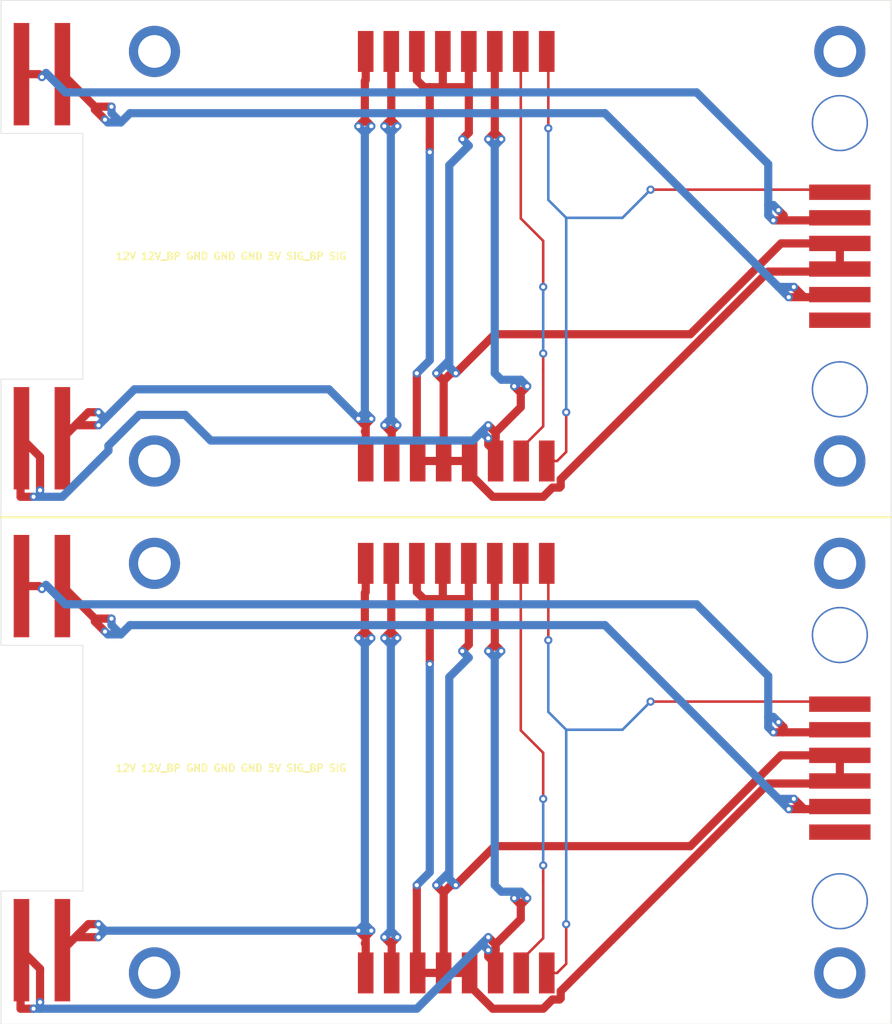
<source format=kicad_pcb>
(kicad_pcb (version 20171130) (host pcbnew "(5.0.0-rc2-60-gbfa89039c)")

  (general
    (thickness 1.6)
    (drawings 17)
    (tracks 445)
    (zones 0)
    (modules 22)
    (nets 10)
  )

  (page A4)
  (layers
    (0 F.Cu signal)
    (31 B.Cu signal)
    (32 B.Adhes user)
    (33 F.Adhes user)
    (34 B.Paste user)
    (35 F.Paste user)
    (36 B.SilkS user)
    (37 F.SilkS user)
    (38 B.Mask user)
    (39 F.Mask user)
    (40 Dwgs.User user)
    (41 Cmts.User user)
    (42 Eco1.User user)
    (43 Eco2.User user)
    (44 Edge.Cuts user)
    (45 Margin user)
    (46 B.CrtYd user)
    (47 F.CrtYd user)
    (48 B.Fab user)
    (49 F.Fab user)
  )

  (setup
    (last_trace_width 0.25)
    (user_trace_width 0.8)
    (trace_clearance 0.2)
    (zone_clearance 0.508)
    (zone_45_only no)
    (trace_min 0.2)
    (segment_width 0.2)
    (edge_width 0.05)
    (via_size 0.8)
    (via_drill 0.4)
    (via_min_size 0.4)
    (via_min_drill 0.3)
    (uvia_size 0.3)
    (uvia_drill 0.1)
    (uvias_allowed no)
    (uvia_min_size 0.2)
    (uvia_min_drill 0.1)
    (pcb_text_width 0.3)
    (pcb_text_size 1.5 1.5)
    (mod_edge_width 0.12)
    (mod_text_size 1 1)
    (mod_text_width 0.15)
    (pad_size 1.524 1.524)
    (pad_drill 0.762)
    (pad_to_mask_clearance 0.051)
    (solder_mask_min_width 0.25)
    (aux_axis_origin 0 0)
    (grid_origin 241.3 88.9)
    (visible_elements 7FFFFFFF)
    (pcbplotparams
      (layerselection 0x010f0_ffffffff)
      (usegerberextensions false)
      (usegerberattributes false)
      (usegerberadvancedattributes false)
      (creategerberjobfile false)
      (excludeedgelayer false)
      (linewidth 0.150000)
      (plotframeref false)
      (viasonmask false)
      (mode 1)
      (useauxorigin false)
      (hpglpennumber 1)
      (hpglpenspeed 20)
      (hpglpendiameter 15.000000)
      (psnegative false)
      (psa4output false)
      (plotreference true)
      (plotvalue true)
      (plotinvisibletext false)
      (padsonsilk true)
      (subtractmaskfromsilk false)
      (outputformat 1)
      (mirror false)
      (drillshape 0)
      (scaleselection 1)
      (outputdirectory Mid_Connector_Gerb/))
  )

  (net 0 "")
  (net 1 "Net-(J1-Pad1)")
  (net 2 "Net-(J1-Pad2)")
  (net 3 /GND)
  (net 4 "Net-(J1-Pad5)")
  (net 5 /SIG)
  (net 6 /5V)
  (net 7 /12V)
  (net 8 "Net-(J2-Pad2)")
  (net 9 /SIG_BP)

  (net_class Default "This is the default net class."
    (clearance 0.2)
    (trace_width 0.25)
    (via_dia 0.8)
    (via_drill 0.4)
    (uvia_dia 0.3)
    (uvia_drill 0.1)
    (add_net /12V)
    (add_net /5V)
    (add_net /GND)
    (add_net /SIG)
    (add_net /SIG_BP)
    (add_net "Net-(J1-Pad1)")
    (add_net "Net-(J1-Pad2)")
    (add_net "Net-(J1-Pad5)")
    (add_net "Net-(J2-Pad2)")
  )

  (module Battery_Connector_SMD:ReedSwitchHole (layer F.Cu) (tedit 5D4414B6) (tstamp 5D7F63FF)
    (at 160.3 138.9)
    (path /5D359854)
    (fp_text reference SW2 (at 2.54 -17.78 90) (layer F.SilkS) hide
      (effects (font (size 1 1) (thickness 0.15)))
    )
    (fp_text value SW_Reed (at -2.058 -18.034 90) (layer F.Fab)
      (effects (font (size 1 1) (thickness 0.15)))
    )
    (pad 1 smd rect (at 0 -17.78) (size 1.524 10) (layers F.Cu F.Mask)
      (net 2 "Net-(J1-Pad2)"))
    (pad 2 smd rect (at 0 17.78) (size 1.524 10) (layers F.Cu F.Mask)
      (net 7 /12V))
  )

  (module Battery_Connector_SMD:Screw_Hole (layer F.Cu) (tedit 5D43834C) (tstamp 5D7F63FB)
    (at 236.3 118.9)
    (path /5D3FBE46)
    (fp_text reference H3 (at 0 4) (layer F.SilkS) hide
      (effects (font (size 1 1) (thickness 0.15)))
    )
    (fp_text value MountingHole (at 0 -4) (layer F.Fab) hide
      (effects (font (size 1 1) (thickness 0.15)))
    )
    (pad 1 thru_hole circle (at 0 0) (size 5 5) (drill 3.2) (layers *.Cu *.Mask))
  )

  (module Battery_Connector_SMD:SMD_Connector_9X (layer F.Cu) (tedit 5D43B2CF) (tstamp 5D7F63F0)
    (at 201.3 118.9)
    (path /5D4421E2)
    (fp_text reference J2 (at -5.08 3.81) (layer F.SilkS) hide
      (effects (font (size 1 1) (thickness 0.15)))
    )
    (fp_text value Conn_01x08_Female (at 0 -3.81) (layer F.Fab) hide
      (effects (font (size 1 1) (thickness 0.15)))
    )
    (pad 1 smd rect (at -11.35 0) (size 1.524 4) (layers F.Cu F.Paste F.Mask)
      (net 7 /12V))
    (pad 2 smd rect (at -8.85 0) (size 1.524 4) (layers F.Cu F.Paste F.Mask)
      (net 8 "Net-(J2-Pad2)"))
    (pad 3 smd rect (at -6.35 0) (size 1.524 4) (layers F.Cu F.Paste F.Mask)
      (net 3 /GND))
    (pad 4 smd rect (at -3.81 0) (size 1.524 4) (layers F.Cu F.Paste F.Mask)
      (net 3 /GND))
    (pad 5 smd rect (at -1.27 0) (size 1.524 4) (layers F.Cu F.Paste F.Mask)
      (net 3 /GND))
    (pad 6 smd rect (at 1.27 0) (size 1.524 4) (layers F.Cu F.Paste F.Mask)
      (net 6 /5V))
    (pad 7 smd rect (at 3.81 0) (size 1.524 4) (layers F.Cu F.Paste F.Mask)
      (net 9 /SIG_BP))
    (pad 8 smd rect (at 6.35 0) (size 1.524 4) (layers F.Cu F.Paste F.Mask)
      (net 5 /SIG))
  )

  (module Battery_Connector_SMD:Screw_Hole (layer F.Cu) (tedit 5D43834C) (tstamp 5D7F63EC)
    (at 169.3 158.9)
    (path /5D3FB67A)
    (fp_text reference H1 (at 0 0.5) (layer F.SilkS)
      (effects (font (size 1 1) (thickness 0.15)))
    )
    (fp_text value MountingHole (at 0 -0.5) (layer F.Fab) hide
      (effects (font (size 1 1) (thickness 0.15)))
    )
    (pad 1 thru_hole circle (at 0 0) (size 5 5) (drill 3.2) (layers *.Cu *.Mask))
  )

  (module Battery_Connector_SMD:Magnet_Hole (layer F.Cu) (tedit 5D438362) (tstamp 5D7F63E8)
    (at 236.3 125.9)
    (path /5D3FC0F9)
    (fp_text reference H5 (at 0 0.5) (layer F.SilkS)
      (effects (font (size 1 1) (thickness 0.15)))
    )
    (fp_text value MagnetHole (at 0 -0.5) (layer F.Fab) hide
      (effects (font (size 1 1) (thickness 0.15)))
    )
    (pad 1 thru_hole circle (at 0 0) (size 5.5 5.5) (drill 5.2) (layers *.Cu *.Mask))
  )

  (module Battery_Connector_SMD:Magnet_Hole (layer F.Cu) (tedit 5D438362) (tstamp 5D7F63E4)
    (at 236.3 151.9)
    (path /5D3FC5EE)
    (fp_text reference H6 (at 0 0.5) (layer F.SilkS)
      (effects (font (size 1 1) (thickness 0.15)))
    )
    (fp_text value MagnetHole (at 0 -0.5) (layer F.Fab) hide
      (effects (font (size 1 1) (thickness 0.15)))
    )
    (pad 1 thru_hole circle (at 0 0) (size 5.5 5.5) (drill 5.2) (layers *.Cu *.Mask))
  )

  (module Battery_Connector_SMD:Screw_Hole (layer F.Cu) (tedit 5D43834C) (tstamp 5D7F63E0)
    (at 169.3 118.9)
    (path /5D3FA846)
    (fp_text reference H2 (at 0 0.5) (layer F.SilkS)
      (effects (font (size 1 1) (thickness 0.15)))
    )
    (fp_text value MountingHole (at 0 -0.5) (layer F.Fab) hide
      (effects (font (size 1 1) (thickness 0.15)))
    )
    (pad 1 thru_hole circle (at 0 0) (size 5 5) (drill 3.2) (layers *.Cu *.Mask))
  )

  (module Battery_Connector_SMD:ReedSwitchHole (layer F.Cu) (tedit 5D4414B6) (tstamp 5D7F63DB)
    (at 156.3 138.9 180)
    (path /5D358843)
    (fp_text reference SW1 (at -1.942 -17.78 90) (layer F.SilkS) hide
      (effects (font (size 1 1) (thickness 0.15)))
    )
    (fp_text value SW_Reed (at 1.27 -17.78 90) (layer F.Fab) hide
      (effects (font (size 1 1) (thickness 0.15)))
    )
    (pad 1 smd rect (at 0 -17.78 180) (size 1.524 10) (layers F.Cu F.Mask)
      (net 6 /5V))
    (pad 2 smd rect (at 0 17.78 180) (size 1.524 10) (layers F.Cu F.Mask)
      (net 4 "Net-(J1-Pad5)"))
  )

  (module Battery_Connector_SMD:SMD_Connector_9X (layer F.Cu) (tedit 5D43B2CF) (tstamp 5D7F63D0)
    (at 196.3 158.9 180)
    (path /5D468719)
    (fp_text reference J3 (at -5.08 3.81) (layer F.SilkS) hide
      (effects (font (size 1 1) (thickness 0.15)))
    )
    (fp_text value Conn_01x08_Female (at 0 -3.81) (layer F.Fab) hide
      (effects (font (size 1 1) (thickness 0.15)))
    )
    (pad 1 smd rect (at -11.35 0 180) (size 1.524 4) (layers F.Cu F.Paste F.Mask)
      (net 5 /SIG))
    (pad 2 smd rect (at -8.85 0 180) (size 1.524 4) (layers F.Cu F.Paste F.Mask)
      (net 9 /SIG_BP))
    (pad 3 smd rect (at -6.35 0 180) (size 1.524 4) (layers F.Cu F.Paste F.Mask)
      (net 6 /5V))
    (pad 4 smd rect (at -3.81 0 180) (size 1.524 4) (layers F.Cu F.Paste F.Mask)
      (net 3 /GND))
    (pad 5 smd rect (at -1.27 0 180) (size 1.524 4) (layers F.Cu F.Paste F.Mask)
      (net 3 /GND))
    (pad 6 smd rect (at 1.27 0 180) (size 1.524 4) (layers F.Cu F.Paste F.Mask)
      (net 3 /GND))
    (pad 7 smd rect (at 3.81 0 180) (size 1.524 4) (layers F.Cu F.Paste F.Mask)
      (net 8 "Net-(J2-Pad2)"))
    (pad 8 smd rect (at 6.35 0 180) (size 1.524 4) (layers F.Cu F.Paste F.Mask)
      (net 7 /12V))
  )

  (module Battery_Connector_SMD:Battery_Connector_Pad_SMD (layer F.Cu) (tedit 5D4414A2) (tstamp 5D7F63C7)
    (at 236.3 138.9 90)
    (path /5D43D52B)
    (fp_text reference J1 (at -8.89 2.46 -90) (layer F.SilkS) hide
      (effects (font (size 1 1) (thickness 0.15)))
    )
    (fp_text value Conn_01x06_Female (at 0 -5 -90) (layer F.Fab) hide
      (effects (font (size 1 1) (thickness 0.15)))
    )
    (pad 1 smd rect (at -6.25 0 90) (size 1.5 6) (layers F.Cu F.Mask)
      (net 1 "Net-(J1-Pad1)"))
    (pad 2 smd rect (at -3.75 0 90) (size 1.5 6) (layers F.Cu F.Mask)
      (net 2 "Net-(J1-Pad2)"))
    (pad 3 smd rect (at -1.25 0 90) (size 1.5 6) (layers F.Cu F.Mask)
      (net 3 /GND))
    (pad 4 smd rect (at 1.25 0 90) (size 1.5 6) (layers F.Cu F.Mask)
      (net 3 /GND))
    (pad 5 smd rect (at 3.75 0 90) (size 1.5 6) (layers F.Cu F.Mask)
      (net 4 "Net-(J1-Pad5)"))
    (pad 6 smd rect (at 6.25 0 90) (size 1.5 6) (layers F.Cu F.Mask)
      (net 5 /SIG))
  )

  (module Battery_Connector_SMD:Screw_Hole (layer F.Cu) (tedit 5D43834C) (tstamp 5D7F63C3)
    (at 236.3 158.9)
    (path /5D3FB48C)
    (fp_text reference H4 (at 0 0.5) (layer F.SilkS) hide
      (effects (font (size 1 1) (thickness 0.15)))
    )
    (fp_text value MountingHole (at 0 -3) (layer F.Fab) hide
      (effects (font (size 1 1) (thickness 0.15)))
    )
    (pad 1 thru_hole circle (at 0 0) (size 5 5) (drill 3.2) (layers *.Cu *.Mask))
  )

  (module Battery_Connector_SMD:SMD_Connector_9X (layer F.Cu) (tedit 5D43B2CF) (tstamp 5D5BFD4C)
    (at 201.3 68.9)
    (path /5D4421E2)
    (fp_text reference J2 (at -5.08 3.81) (layer F.SilkS) hide
      (effects (font (size 1 1) (thickness 0.15)))
    )
    (fp_text value Conn_01x08_Female (at 0 -3.81) (layer F.Fab) hide
      (effects (font (size 1 1) (thickness 0.15)))
    )
    (pad 1 smd rect (at -11.35 0) (size 1.524 4) (layers F.Cu F.Paste F.Mask)
      (net 7 /12V))
    (pad 2 smd rect (at -8.85 0) (size 1.524 4) (layers F.Cu F.Paste F.Mask)
      (net 8 "Net-(J2-Pad2)"))
    (pad 3 smd rect (at -6.35 0) (size 1.524 4) (layers F.Cu F.Paste F.Mask)
      (net 3 /GND))
    (pad 4 smd rect (at -3.81 0) (size 1.524 4) (layers F.Cu F.Paste F.Mask)
      (net 3 /GND))
    (pad 5 smd rect (at -1.27 0) (size 1.524 4) (layers F.Cu F.Paste F.Mask)
      (net 3 /GND))
    (pad 6 smd rect (at 1.27 0) (size 1.524 4) (layers F.Cu F.Paste F.Mask)
      (net 6 /5V))
    (pad 7 smd rect (at 3.81 0) (size 1.524 4) (layers F.Cu F.Paste F.Mask)
      (net 9 /SIG_BP))
    (pad 8 smd rect (at 6.35 0) (size 1.524 4) (layers F.Cu F.Paste F.Mask)
      (net 5 /SIG))
  )

  (module Battery_Connector_SMD:SMD_Connector_9X (layer F.Cu) (tedit 5D43B2CF) (tstamp 5D43CB5D)
    (at 196.3 108.9 180)
    (path /5D468719)
    (fp_text reference J3 (at -5.08 3.81) (layer F.SilkS) hide
      (effects (font (size 1 1) (thickness 0.15)))
    )
    (fp_text value Conn_01x08_Female (at 0 -3.81) (layer F.Fab) hide
      (effects (font (size 1 1) (thickness 0.15)))
    )
    (pad 1 smd rect (at -11.35 0 180) (size 1.524 4) (layers F.Cu F.Paste F.Mask)
      (net 5 /SIG))
    (pad 2 smd rect (at -8.85 0 180) (size 1.524 4) (layers F.Cu F.Paste F.Mask)
      (net 9 /SIG_BP))
    (pad 3 smd rect (at -6.35 0 180) (size 1.524 4) (layers F.Cu F.Paste F.Mask)
      (net 6 /5V))
    (pad 4 smd rect (at -3.81 0 180) (size 1.524 4) (layers F.Cu F.Paste F.Mask)
      (net 3 /GND))
    (pad 5 smd rect (at -1.27 0 180) (size 1.524 4) (layers F.Cu F.Paste F.Mask)
      (net 3 /GND))
    (pad 6 smd rect (at 1.27 0 180) (size 1.524 4) (layers F.Cu F.Paste F.Mask)
      (net 3 /GND))
    (pad 7 smd rect (at 3.81 0 180) (size 1.524 4) (layers F.Cu F.Paste F.Mask)
      (net 8 "Net-(J2-Pad2)"))
    (pad 8 smd rect (at 6.35 0 180) (size 1.524 4) (layers F.Cu F.Paste F.Mask)
      (net 7 /12V))
  )

  (module Battery_Connector_SMD:Battery_Connector_Pad_SMD (layer F.Cu) (tedit 5D4414A2) (tstamp 5D43C3F5)
    (at 236.3 88.9 90)
    (path /5D43D52B)
    (fp_text reference J1 (at -8.89 2.46 -90) (layer F.SilkS) hide
      (effects (font (size 1 1) (thickness 0.15)))
    )
    (fp_text value Conn_01x06_Female (at 0 -5 -90) (layer F.Fab) hide
      (effects (font (size 1 1) (thickness 0.15)))
    )
    (pad 1 smd rect (at -6.25 0 90) (size 1.5 6) (layers F.Cu F.Mask)
      (net 1 "Net-(J1-Pad1)"))
    (pad 2 smd rect (at -3.75 0 90) (size 1.5 6) (layers F.Cu F.Mask)
      (net 2 "Net-(J1-Pad2)"))
    (pad 3 smd rect (at -1.25 0 90) (size 1.5 6) (layers F.Cu F.Mask)
      (net 3 /GND))
    (pad 4 smd rect (at 1.25 0 90) (size 1.5 6) (layers F.Cu F.Mask)
      (net 3 /GND))
    (pad 5 smd rect (at 3.75 0 90) (size 1.5 6) (layers F.Cu F.Mask)
      (net 4 "Net-(J1-Pad5)"))
    (pad 6 smd rect (at 6.25 0 90) (size 1.5 6) (layers F.Cu F.Mask)
      (net 5 /SIG))
  )

  (module Battery_Connector_SMD:Screw_Hole (layer F.Cu) (tedit 5D43834C) (tstamp 5D43C3F1)
    (at 169.3 68.9)
    (path /5D3FA846)
    (fp_text reference H2 (at 0 0.5) (layer F.SilkS)
      (effects (font (size 1 1) (thickness 0.15)))
    )
    (fp_text value MountingHole (at 0 -0.5) (layer F.Fab) hide
      (effects (font (size 1 1) (thickness 0.15)))
    )
    (pad 1 thru_hole circle (at 0 0) (size 5 5) (drill 3.2) (layers *.Cu *.Mask))
  )

  (module Battery_Connector_SMD:Screw_Hole (layer F.Cu) (tedit 5D43834C) (tstamp 5D43C3E4)
    (at 236.3 68.9)
    (path /5D3FBE46)
    (fp_text reference H3 (at 0 4) (layer F.SilkS) hide
      (effects (font (size 1 1) (thickness 0.15)))
    )
    (fp_text value MountingHole (at 0 -4) (layer F.Fab) hide
      (effects (font (size 1 1) (thickness 0.15)))
    )
    (pad 1 thru_hole circle (at 0 0) (size 5 5) (drill 3.2) (layers *.Cu *.Mask))
  )

  (module Battery_Connector_SMD:Magnet_Hole (layer F.Cu) (tedit 5D438362) (tstamp 5D43C3E0)
    (at 236.3 101.9)
    (path /5D3FC5EE)
    (fp_text reference H6 (at 0 0.5) (layer F.SilkS)
      (effects (font (size 1 1) (thickness 0.15)))
    )
    (fp_text value MagnetHole (at 0 -0.5) (layer F.Fab) hide
      (effects (font (size 1 1) (thickness 0.15)))
    )
    (pad 1 thru_hole circle (at 0 0) (size 5.5 5.5) (drill 5.2) (layers *.Cu *.Mask))
  )

  (module Battery_Connector_SMD:ReedSwitchHole (layer F.Cu) (tedit 5D4414B6) (tstamp 5D43C3DB)
    (at 156.3 88.9 180)
    (path /5D358843)
    (fp_text reference SW1 (at -1.942 -17.78 90) (layer F.SilkS) hide
      (effects (font (size 1 1) (thickness 0.15)))
    )
    (fp_text value SW_Reed (at 1.27 -17.78 90) (layer F.Fab) hide
      (effects (font (size 1 1) (thickness 0.15)))
    )
    (pad 1 smd rect (at 0 -17.78 180) (size 1.524 10) (layers F.Cu F.Mask)
      (net 6 /5V))
    (pad 2 smd rect (at 0 17.78 180) (size 1.524 10) (layers F.Cu F.Mask)
      (net 4 "Net-(J1-Pad5)"))
  )

  (module Battery_Connector_SMD:ReedSwitchHole (layer F.Cu) (tedit 5D4414B6) (tstamp 5D43C3D6)
    (at 160.3 88.9)
    (path /5D359854)
    (fp_text reference SW2 (at 2.54 -17.78 90) (layer F.SilkS) hide
      (effects (font (size 1 1) (thickness 0.15)))
    )
    (fp_text value SW_Reed (at -2.058 -18.034 90) (layer F.Fab)
      (effects (font (size 1 1) (thickness 0.15)))
    )
    (pad 1 smd rect (at 0 -17.78) (size 1.524 10) (layers F.Cu F.Mask)
      (net 2 "Net-(J1-Pad2)"))
    (pad 2 smd rect (at 0 17.78) (size 1.524 10) (layers F.Cu F.Mask)
      (net 7 /12V))
  )

  (module Battery_Connector_SMD:Screw_Hole (layer F.Cu) (tedit 5D43834C) (tstamp 5D43C3D2)
    (at 236.3 108.9)
    (path /5D3FB48C)
    (fp_text reference H4 (at 0 0.5) (layer F.SilkS) hide
      (effects (font (size 1 1) (thickness 0.15)))
    )
    (fp_text value MountingHole (at 0 -3) (layer F.Fab) hide
      (effects (font (size 1 1) (thickness 0.15)))
    )
    (pad 1 thru_hole circle (at 0 0) (size 5 5) (drill 3.2) (layers *.Cu *.Mask))
  )

  (module Battery_Connector_SMD:Magnet_Hole (layer F.Cu) (tedit 5D438362) (tstamp 5D43C3CE)
    (at 236.3 75.9)
    (path /5D3FC0F9)
    (fp_text reference H5 (at 0 0.5) (layer F.SilkS)
      (effects (font (size 1 1) (thickness 0.15)))
    )
    (fp_text value MagnetHole (at 0 -0.5) (layer F.Fab) hide
      (effects (font (size 1 1) (thickness 0.15)))
    )
    (pad 1 thru_hole circle (at 0 0) (size 5.5 5.5) (drill 5.2) (layers *.Cu *.Mask))
  )

  (module Battery_Connector_SMD:Screw_Hole (layer F.Cu) (tedit 5D43834C) (tstamp 5D43C3CA)
    (at 169.3 108.9)
    (path /5D3FB67A)
    (fp_text reference H1 (at 0 0.5) (layer F.SilkS)
      (effects (font (size 1 1) (thickness 0.15)))
    )
    (fp_text value MountingHole (at 0 -0.5) (layer F.Fab) hide
      (effects (font (size 1 1) (thickness 0.15)))
    )
    (pad 1 thru_hole circle (at 0 0) (size 5 5) (drill 3.2) (layers *.Cu *.Mask))
  )

  (gr_line (start 154.3 114.4) (end 241.3 114.4) (layer F.SilkS) (width 0.2))
  (gr_text "12V 12V_BP GND GND GND 5V SIG_BP SIG" (at 176.8 138.9) (layer F.SilkS) (tstamp 5D7F62EB)
    (effects (font (size 0.7 0.7) (thickness 0.15)))
  )
  (gr_line (start 162.3 150.9) (end 162.3 126.9) (layer Edge.Cuts) (width 0.05) (tstamp 5D7F62EA))
  (gr_line (start 154.3 126.9) (end 154.3 113.9) (layer Edge.Cuts) (width 0.05) (tstamp 5D7F62E9))
  (gr_line (start 162.3 126.9) (end 154.3 126.9) (layer Edge.Cuts) (width 0.05) (tstamp 5D7F62E8))
  (gr_line (start 154.3 150.9) (end 162.3 150.9) (layer Edge.Cuts) (width 0.05) (tstamp 5D7F62E6))
  (gr_line (start 154.3 163.9) (end 154.3 150.9) (layer Edge.Cuts) (width 0.05) (tstamp 5D7F62E5))
  (gr_line (start 241.3 163.9) (end 241.3 113.9) (layer Edge.Cuts) (width 0.05) (tstamp 5D7F62E4))
  (gr_line (start 241.3 163.9) (end 154.3 163.9) (layer Edge.Cuts) (width 0.05) (tstamp 5D7F62E3))
  (gr_text "12V 12V_BP GND GND GND 5V SIG_BP SIG" (at 176.8 88.9) (layer F.SilkS)
    (effects (font (size 0.7 0.7) (thickness 0.15)))
  )
  (gr_line (start 154.3 63.9) (end 241.3 63.9) (layer Edge.Cuts) (width 0.05) (tstamp 5D43C3C5))
  (gr_line (start 154.3 113.9) (end 154.3 100.9) (layer Edge.Cuts) (width 0.05) (tstamp 5D43C3C4))
  (gr_line (start 154.3 76.9) (end 154.3 63.9) (layer Edge.Cuts) (width 0.05) (tstamp 5D43C3C3))
  (gr_line (start 162.3 76.9) (end 154.3 76.9) (layer Edge.Cuts) (width 0.05) (tstamp 5D43C3C2))
  (gr_line (start 162.3 100.9) (end 162.3 76.9) (layer Edge.Cuts) (width 0.05) (tstamp 5D43C3C0))
  (gr_line (start 154.3 100.9) (end 162.3 100.9) (layer Edge.Cuts) (width 0.05) (tstamp 5D43C3BF))
  (gr_line (start 241.3 113.9) (end 241.3 63.9) (layer Edge.Cuts) (width 0.05) (tstamp 5D43C609))

  (segment (start 236.2 95.25) (end 236.3 95.15) (width 0.25) (layer F.Cu) (net 1))
  (segment (start 236.2 145.25) (end 236.3 145.15) (width 0.25) (layer F.Cu) (net 1) (tstamp 5D7F6375))
  (via (at 165.1 74.295) (size 0.8) (drill 0.4) (layers F.Cu B.Cu) (net 2))
  (segment (start 166.004992 75.834992) (end 165.1 74.93) (width 0.8) (layer B.Cu) (net 2))
  (segment (start 165.1 74.93) (end 165.1 74.295) (width 0.8) (layer B.Cu) (net 2))
  (segment (start 163.475 74.295) (end 160.3 71.12) (width 0.8) (layer F.Cu) (net 2))
  (segment (start 165.1 74.295) (end 163.475 74.295) (width 0.8) (layer F.Cu) (net 2))
  (via (at 164.465 75.565) (size 0.8) (drill 0.4) (layers F.Cu B.Cu) (net 2))
  (segment (start 166.004992 75.834992) (end 164.734992 75.834992) (width 0.8) (layer B.Cu) (net 2))
  (segment (start 164.734992 75.834992) (end 164.465 75.565) (width 0.8) (layer B.Cu) (net 2))
  (segment (start 163.475 74.575) (end 163.475 74.295) (width 0.8) (layer F.Cu) (net 2))
  (segment (start 164.465 75.565) (end 163.475 74.575) (width 0.8) (layer F.Cu) (net 2))
  (via (at 231.3 92.899948) (size 0.8) (drill 0.4) (layers F.Cu B.Cu) (net 2))
  (segment (start 230.900001 92.499949) (end 231.3 92.899948) (width 0.8) (layer B.Cu) (net 2))
  (segment (start 166.909984 74.93) (end 213.330052 74.93) (width 0.8) (layer B.Cu) (net 2))
  (segment (start 166.004992 75.834992) (end 166.909984 74.93) (width 0.8) (layer B.Cu) (net 2))
  (segment (start 231.300052 92.9) (end 231.3 92.899948) (width 0.8) (layer F.Cu) (net 2))
  (via (at 231.8 91.9) (size 0.8) (drill 0.4) (layers F.Cu B.Cu) (net 2))
  (segment (start 230.300052 91.9) (end 231.8 91.9) (width 0.8) (layer B.Cu) (net 2))
  (segment (start 230.300052 91.9) (end 230.900001 92.499949) (width 0.8) (layer B.Cu) (net 2))
  (segment (start 213.330052 74.93) (end 230.300052 91.9) (width 0.8) (layer B.Cu) (net 2))
  (segment (start 231.8 91.9) (end 232.8 92.9) (width 0.8) (layer F.Cu) (net 2))
  (segment (start 235.3 92.9) (end 232.8 92.9) (width 0.8) (layer F.Cu) (net 2))
  (segment (start 232.8 92.9) (end 231.300052 92.9) (width 0.8) (layer F.Cu) (net 2))
  (segment (start 230.900001 142.499949) (end 231.3 142.899948) (width 0.8) (layer B.Cu) (net 2) (tstamp 5D7F62EE))
  (segment (start 166.909984 124.93) (end 213.330052 124.93) (width 0.8) (layer B.Cu) (net 2) (tstamp 5D7F62EF))
  (segment (start 166.004992 125.834992) (end 166.909984 124.93) (width 0.8) (layer B.Cu) (net 2) (tstamp 5D7F62F0))
  (segment (start 232.8 142.9) (end 231.300052 142.9) (width 0.8) (layer F.Cu) (net 2) (tstamp 5D7F62F1))
  (segment (start 213.330052 124.93) (end 230.300052 141.9) (width 0.8) (layer B.Cu) (net 2) (tstamp 5D7F62F2))
  (segment (start 235.3 142.9) (end 232.8 142.9) (width 0.8) (layer F.Cu) (net 2) (tstamp 5D7F62F3))
  (segment (start 230.300052 141.9) (end 230.900001 142.499949) (width 0.8) (layer B.Cu) (net 2) (tstamp 5D7F62F4))
  (segment (start 231.8 141.9) (end 232.8 142.9) (width 0.8) (layer F.Cu) (net 2) (tstamp 5D7F62F5))
  (segment (start 230.300052 141.9) (end 231.8 141.9) (width 0.8) (layer B.Cu) (net 2) (tstamp 5D7F62F6))
  (segment (start 231.300052 142.9) (end 231.3 142.899948) (width 0.8) (layer F.Cu) (net 2) (tstamp 5D7F62F7))
  (segment (start 164.734992 125.834992) (end 164.465 125.565) (width 0.8) (layer B.Cu) (net 2) (tstamp 5D7F635A))
  (segment (start 165.1 124.93) (end 165.1 124.295) (width 0.8) (layer B.Cu) (net 2) (tstamp 5D7F635B))
  (segment (start 163.475 124.295) (end 160.3 121.12) (width 0.8) (layer F.Cu) (net 2) (tstamp 5D7F635C))
  (segment (start 165.1 124.295) (end 163.475 124.295) (width 0.8) (layer F.Cu) (net 2) (tstamp 5D7F635D))
  (segment (start 166.004992 125.834992) (end 164.734992 125.834992) (width 0.8) (layer B.Cu) (net 2) (tstamp 5D7F635E))
  (segment (start 163.475 124.575) (end 163.475 124.295) (width 0.8) (layer F.Cu) (net 2) (tstamp 5D7F635F))
  (segment (start 164.465 125.565) (end 163.475 124.575) (width 0.8) (layer F.Cu) (net 2) (tstamp 5D7F6361))
  (segment (start 166.004992 125.834992) (end 165.1 124.93) (width 0.8) (layer B.Cu) (net 2) (tstamp 5D7F6362))
  (via (at 165.1 124.295) (size 0.8) (drill 0.4) (layers F.Cu B.Cu) (net 2) (tstamp 5D7F63A3))
  (via (at 164.465 125.565) (size 0.8) (drill 0.4) (layers F.Cu B.Cu) (net 2) (tstamp 5D7F63B2))
  (via (at 231.3 142.899948) (size 0.8) (drill 0.4) (layers F.Cu B.Cu) (net 2) (tstamp 5D7F63BF))
  (via (at 231.8 141.9) (size 0.8) (drill 0.4) (layers F.Cu B.Cu) (net 2) (tstamp 5D7F63C0))
  (segment (start 236.3 90.15) (end 233.8 90.15) (width 0.8) (layer F.Cu) (net 3))
  (segment (start 195.03 108.9) (end 200.11 108.9) (width 0.8) (layer F.Cu) (net 3))
  (via (at 199.39 77.47) (size 0.8) (drill 0.4) (layers F.Cu B.Cu) (net 3))
  (segment (start 200.03 76.83) (end 199.39 77.47) (width 0.8) (layer F.Cu) (net 3))
  (segment (start 199.39 77.47) (end 200.025 78.105) (width 0.8) (layer B.Cu) (net 3))
  (segment (start 200.025 78.105) (end 198.12 80.01) (width 0.8) (layer B.Cu) (net 3))
  (segment (start 198.12 80.01) (end 198.12 99.06) (width 0.8) (layer B.Cu) (net 3))
  (via (at 196.85 100.33) (size 0.8) (drill 0.4) (layers F.Cu B.Cu) (net 3))
  (segment (start 198.12 99.06) (end 196.85 100.33) (width 0.8) (layer B.Cu) (net 3))
  (segment (start 197.57 101.05) (end 197.57 108.9) (width 0.8) (layer F.Cu) (net 3))
  (segment (start 196.85 100.33) (end 197.57 101.05) (width 0.8) (layer F.Cu) (net 3))
  (segment (start 198.29 100.33) (end 197.57 101.05) (width 0.8) (layer F.Cu) (net 3))
  (segment (start 198.755 100.33) (end 198.29 100.33) (width 0.8) (layer F.Cu) (net 3))
  (via (at 198.755 100.33) (size 0.8) (drill 0.4) (layers F.Cu B.Cu) (net 3))
  (segment (start 198.12 99.06) (end 198.12 99.695) (width 0.8) (layer B.Cu) (net 3))
  (segment (start 198.12 99.695) (end 198.755 100.33) (width 0.8) (layer B.Cu) (net 3))
  (segment (start 194.95 71.7) (end 195.64 72.39) (width 0.8) (layer F.Cu) (net 3))
  (segment (start 194.95 68.9) (end 194.95 71.7) (width 0.8) (layer F.Cu) (net 3))
  (segment (start 200.03 68.9) (end 200.03 72.39) (width 0.8) (layer F.Cu) (net 3))
  (segment (start 200.03 72.39) (end 200.03 76.83) (width 0.8) (layer F.Cu) (net 3))
  (segment (start 197.49 72.385) (end 197.49 68.9) (width 0.8) (layer F.Cu) (net 3))
  (segment (start 197.485 72.39) (end 197.49 72.385) (width 0.8) (layer F.Cu) (net 3))
  (segment (start 197.485 72.39) (end 200.03 72.39) (width 0.8) (layer F.Cu) (net 3))
  (segment (start 196.215 72.39) (end 196.215 77.47) (width 0.8) (layer F.Cu) (net 3))
  (segment (start 196.215 72.39) (end 197.485 72.39) (width 0.8) (layer F.Cu) (net 3))
  (segment (start 195.64 72.39) (end 196.215 72.39) (width 0.8) (layer F.Cu) (net 3))
  (via (at 196.215 78.74) (size 0.8) (drill 0.4) (layers F.Cu B.Cu) (net 3))
  (segment (start 196.215 77.47) (end 196.215 78.74) (width 0.8) (layer F.Cu) (net 3))
  (segment (start 196.215 78.74) (end 196.215 99.06) (width 0.8) (layer B.Cu) (net 3))
  (via (at 194.945 100.33) (size 0.8) (drill 0.4) (layers F.Cu B.Cu) (net 3))
  (segment (start 196.215 99.06) (end 194.945 100.33) (width 0.8) (layer B.Cu) (net 3))
  (segment (start 194.945 108.815) (end 195.03 108.9) (width 0.8) (layer F.Cu) (net 3))
  (segment (start 194.945 100.33) (end 194.945 108.815) (width 0.8) (layer F.Cu) (net 3))
  (segment (start 199.154999 99.930001) (end 198.755 100.33) (width 0.8) (layer F.Cu) (net 3))
  (segment (start 202.565 96.52) (end 199.154999 99.930001) (width 0.8) (layer F.Cu) (net 3))
  (segment (start 221.68 96.52) (end 202.565 96.52) (width 0.8) (layer F.Cu) (net 3))
  (segment (start 236.3 87.65) (end 230.55 87.65) (width 0.8) (layer F.Cu) (net 3))
  (segment (start 230.55 87.65) (end 221.68 96.52) (width 0.8) (layer F.Cu) (net 3))
  (segment (start 200.11 110.138) (end 200.11 108.9) (width 0.8) (layer F.Cu) (net 3))
  (segment (start 202.367 112.395) (end 200.11 110.138) (width 0.8) (layer F.Cu) (net 3))
  (segment (start 207.305 112.395) (end 202.367 112.395) (width 0.8) (layer F.Cu) (net 3))
  (segment (start 208.892001 111.500001) (end 208.199999 111.500001) (width 0.8) (layer F.Cu) (net 3))
  (segment (start 208.199999 111.500001) (end 207.305 112.395) (width 0.8) (layer F.Cu) (net 3))
  (segment (start 236.3 90.15) (end 234.05 90.15) (width 0.8) (layer F.Cu) (net 3))
  (segment (start 234.05 90.15) (end 233.8 90.4) (width 0.8) (layer F.Cu) (net 3))
  (segment (start 233.8 90.4) (end 229.3 90.4) (width 0.8) (layer F.Cu) (net 3))
  (segment (start 229.3 90.4) (end 209.012001 110.687999) (width 0.8) (layer F.Cu) (net 3))
  (segment (start 209.012001 110.687999) (end 209.012001 111.380001) (width 0.8) (layer F.Cu) (net 3))
  (segment (start 209.012001 111.380001) (end 208.892001 111.500001) (width 0.8) (layer F.Cu) (net 3))
  (segment (start 236.3 87.65) (end 236.3 90.15) (width 0.8) (layer F.Cu) (net 3))
  (segment (start 236.3 137.65) (end 236.3 140.15) (width 0.8) (layer F.Cu) (net 3) (tstamp 5D7F62F8))
  (segment (start 197.485 122.39) (end 197.49 122.385) (width 0.8) (layer F.Cu) (net 3) (tstamp 5D7F62FB))
  (segment (start 200.03 122.39) (end 200.03 126.83) (width 0.8) (layer F.Cu) (net 3) (tstamp 5D7F62FD))
  (segment (start 197.49 122.385) (end 197.49 118.9) (width 0.8) (layer F.Cu) (net 3) (tstamp 5D7F6307))
  (segment (start 196.215 127.47) (end 196.215 128.74) (width 0.8) (layer F.Cu) (net 3) (tstamp 5D7F630E))
  (segment (start 196.215 122.39) (end 196.215 127.47) (width 0.8) (layer F.Cu) (net 3) (tstamp 5D7F6313))
  (segment (start 196.215 128.74) (end 196.215 149.06) (width 0.8) (layer B.Cu) (net 3) (tstamp 5D7F6314))
  (segment (start 196.215 122.39) (end 197.485 122.39) (width 0.8) (layer F.Cu) (net 3) (tstamp 5D7F631B))
  (segment (start 198.12 149.695) (end 198.755 150.33) (width 0.8) (layer B.Cu) (net 3) (tstamp 5D7F6322))
  (segment (start 194.95 118.9) (end 194.95 121.7) (width 0.8) (layer F.Cu) (net 3) (tstamp 5D7F632A))
  (segment (start 200.03 118.9) (end 200.03 122.39) (width 0.8) (layer F.Cu) (net 3) (tstamp 5D7F632B))
  (segment (start 198.12 149.06) (end 198.12 149.695) (width 0.8) (layer B.Cu) (net 3) (tstamp 5D7F632C))
  (segment (start 195.64 122.39) (end 196.215 122.39) (width 0.8) (layer F.Cu) (net 3) (tstamp 5D7F632D))
  (segment (start 198.755 150.33) (end 198.29 150.33) (width 0.8) (layer F.Cu) (net 3) (tstamp 5D7F632F))
  (segment (start 197.485 122.39) (end 200.03 122.39) (width 0.8) (layer F.Cu) (net 3) (tstamp 5D7F6332))
  (segment (start 194.95 121.7) (end 195.64 122.39) (width 0.8) (layer F.Cu) (net 3) (tstamp 5D7F6337))
  (segment (start 196.85 150.33) (end 197.57 151.05) (width 0.8) (layer F.Cu) (net 3) (tstamp 5D7F6363))
  (segment (start 194.945 158.815) (end 195.03 158.9) (width 0.8) (layer F.Cu) (net 3) (tstamp 5D7F6364))
  (segment (start 199.39 127.47) (end 200.025 128.105) (width 0.8) (layer B.Cu) (net 3) (tstamp 5D7F6365))
  (segment (start 195.03 158.9) (end 200.11 158.9) (width 0.8) (layer F.Cu) (net 3) (tstamp 5D7F6366))
  (segment (start 200.025 128.105) (end 198.12 130.01) (width 0.8) (layer B.Cu) (net 3) (tstamp 5D7F636C))
  (segment (start 198.12 149.06) (end 196.85 150.33) (width 0.8) (layer B.Cu) (net 3) (tstamp 5D7F636D))
  (segment (start 197.57 151.05) (end 197.57 158.9) (width 0.8) (layer F.Cu) (net 3) (tstamp 5D7F636F))
  (segment (start 198.29 150.33) (end 197.57 151.05) (width 0.8) (layer F.Cu) (net 3) (tstamp 5D7F6370))
  (segment (start 236.3 140.15) (end 233.8 140.15) (width 0.8) (layer F.Cu) (net 3) (tstamp 5D7F6371))
  (segment (start 194.945 150.33) (end 194.945 158.815) (width 0.8) (layer F.Cu) (net 3) (tstamp 5D7F6373))
  (segment (start 200.03 126.83) (end 199.39 127.47) (width 0.8) (layer F.Cu) (net 3) (tstamp 5D7F637B))
  (segment (start 198.12 130.01) (end 198.12 149.06) (width 0.8) (layer B.Cu) (net 3) (tstamp 5D7F637C))
  (segment (start 196.215 149.06) (end 194.945 150.33) (width 0.8) (layer B.Cu) (net 3) (tstamp 5D7F637D))
  (segment (start 199.154999 149.930001) (end 198.755 150.33) (width 0.8) (layer F.Cu) (net 3) (tstamp 5D7F6386))
  (segment (start 221.68 146.52) (end 202.565 146.52) (width 0.8) (layer F.Cu) (net 3) (tstamp 5D7F6387))
  (segment (start 230.55 137.65) (end 221.68 146.52) (width 0.8) (layer F.Cu) (net 3) (tstamp 5D7F638A))
  (segment (start 236.3 137.65) (end 230.55 137.65) (width 0.8) (layer F.Cu) (net 3) (tstamp 5D7F638C))
  (segment (start 202.565 146.52) (end 199.154999 149.930001) (width 0.8) (layer F.Cu) (net 3) (tstamp 5D7F6392))
  (segment (start 207.305 162.395) (end 202.367 162.395) (width 0.8) (layer F.Cu) (net 3) (tstamp 5D7F6395))
  (segment (start 200.11 160.138) (end 200.11 158.9) (width 0.8) (layer F.Cu) (net 3) (tstamp 5D7F6396))
  (segment (start 202.367 162.395) (end 200.11 160.138) (width 0.8) (layer F.Cu) (net 3) (tstamp 5D7F6397))
  (segment (start 208.892001 161.500001) (end 208.199999 161.500001) (width 0.8) (layer F.Cu) (net 3) (tstamp 5D7F6398))
  (segment (start 208.199999 161.500001) (end 207.305 162.395) (width 0.8) (layer F.Cu) (net 3) (tstamp 5D7F6399))
  (segment (start 236.3 140.15) (end 234.05 140.15) (width 0.8) (layer F.Cu) (net 3) (tstamp 5D7F639A))
  (segment (start 209.012001 160.687999) (end 209.012001 161.380001) (width 0.8) (layer F.Cu) (net 3) (tstamp 5D7F639B))
  (segment (start 233.8 140.4) (end 229.3 140.4) (width 0.8) (layer F.Cu) (net 3) (tstamp 5D7F639C))
  (segment (start 229.3 140.4) (end 209.012001 160.687999) (width 0.8) (layer F.Cu) (net 3) (tstamp 5D7F639D))
  (segment (start 234.05 140.15) (end 233.8 140.4) (width 0.8) (layer F.Cu) (net 3) (tstamp 5D7F639E))
  (segment (start 209.012001 161.380001) (end 208.892001 161.500001) (width 0.8) (layer F.Cu) (net 3) (tstamp 5D7F639F))
  (via (at 196.215 128.74) (size 0.8) (drill 0.4) (layers F.Cu B.Cu) (net 3) (tstamp 5D7F63A0))
  (via (at 199.39 127.47) (size 0.8) (drill 0.4) (layers F.Cu B.Cu) (net 3) (tstamp 5D7F63B1))
  (via (at 196.85 150.33) (size 0.8) (drill 0.4) (layers F.Cu B.Cu) (net 3) (tstamp 5D7F63B3))
  (via (at 198.755 150.33) (size 0.8) (drill 0.4) (layers F.Cu B.Cu) (net 3) (tstamp 5D7F63B4))
  (via (at 194.945 150.33) (size 0.8) (drill 0.4) (layers F.Cu B.Cu) (net 3) (tstamp 5D7F63B5))
  (via (at 158.3 71.4) (size 0.8) (drill 0.4) (layers F.Cu B.Cu) (net 4))
  (segment (start 158.02 71.12) (end 158.3 71.4) (width 0.8) (layer F.Cu) (net 4))
  (segment (start 156.3 71.12) (end 158.02 71.12) (width 0.8) (layer F.Cu) (net 4))
  (segment (start 158.699999 71.000001) (end 158.3 71.4) (width 0.8) (layer B.Cu) (net 4))
  (segment (start 160.599998 72.9) (end 158.699999 71.000001) (width 0.8) (layer B.Cu) (net 4))
  (segment (start 229.3 79.9) (end 222.3 72.9) (width 0.8) (layer B.Cu) (net 4))
  (segment (start 222.3 72.9) (end 160.599998 72.9) (width 0.8) (layer B.Cu) (net 4))
  (via (at 229.8 85.4) (size 0.8) (drill 0.4) (layers F.Cu B.Cu) (net 4))
  (segment (start 229.3 84.9) (end 229.8 85.4) (width 0.8) (layer B.Cu) (net 4))
  (segment (start 236.05 85.4) (end 236.3 85.15) (width 0.8) (layer F.Cu) (net 4))
  (via (at 230.3 84.4) (size 0.8) (drill 0.4) (layers F.Cu B.Cu) (net 4))
  (segment (start 230.8 84.9) (end 230.3 84.4) (width 0.8) (layer F.Cu) (net 4))
  (segment (start 230.8 85.4) (end 230.8 84.9) (width 0.8) (layer F.Cu) (net 4))
  (segment (start 230.8 85.4) (end 236.05 85.4) (width 0.8) (layer F.Cu) (net 4))
  (segment (start 229.8 85.4) (end 230.8 85.4) (width 0.8) (layer F.Cu) (net 4))
  (segment (start 229.8 83.9) (end 229.3 83.9) (width 0.8) (layer B.Cu) (net 4))
  (segment (start 230.3 84.4) (end 229.8 83.9) (width 0.8) (layer B.Cu) (net 4))
  (segment (start 229.3 79.9) (end 229.3 83.9) (width 0.8) (layer B.Cu) (net 4))
  (segment (start 229.3 83.9) (end 229.3 84.9) (width 0.8) (layer B.Cu) (net 4))
  (segment (start 156.3 121.12) (end 158.02 121.12) (width 0.8) (layer F.Cu) (net 4) (tstamp 5D7F62EC))
  (segment (start 158.02 121.12) (end 158.3 121.4) (width 0.8) (layer F.Cu) (net 4) (tstamp 5D7F62ED))
  (segment (start 230.8 135.4) (end 236.05 135.4) (width 0.8) (layer F.Cu) (net 4) (tstamp 5D7F6382))
  (segment (start 230.3 134.4) (end 229.8 133.9) (width 0.8) (layer B.Cu) (net 4) (tstamp 5D7F6383))
  (segment (start 230.8 135.4) (end 230.8 134.9) (width 0.8) (layer F.Cu) (net 4) (tstamp 5D7F6384))
  (segment (start 236.05 135.4) (end 236.3 135.15) (width 0.8) (layer F.Cu) (net 4) (tstamp 5D7F6385))
  (segment (start 229.8 133.9) (end 229.3 133.9) (width 0.8) (layer B.Cu) (net 4) (tstamp 5D7F6388))
  (segment (start 229.3 129.9) (end 229.3 133.9) (width 0.8) (layer B.Cu) (net 4) (tstamp 5D7F6389))
  (segment (start 160.599998 122.9) (end 158.699999 121.000001) (width 0.8) (layer B.Cu) (net 4) (tstamp 5D7F638B))
  (segment (start 230.8 134.9) (end 230.3 134.4) (width 0.8) (layer F.Cu) (net 4) (tstamp 5D7F638D))
  (segment (start 229.3 133.9) (end 229.3 134.9) (width 0.8) (layer B.Cu) (net 4) (tstamp 5D7F638E))
  (segment (start 229.8 135.4) (end 230.8 135.4) (width 0.8) (layer F.Cu) (net 4) (tstamp 5D7F638F))
  (segment (start 229.3 134.9) (end 229.8 135.4) (width 0.8) (layer B.Cu) (net 4) (tstamp 5D7F6390))
  (segment (start 222.3 122.9) (end 160.599998 122.9) (width 0.8) (layer B.Cu) (net 4) (tstamp 5D7F6391))
  (segment (start 158.699999 121.000001) (end 158.3 121.4) (width 0.8) (layer B.Cu) (net 4) (tstamp 5D7F6393))
  (segment (start 229.3 129.9) (end 222.3 122.9) (width 0.8) (layer B.Cu) (net 4) (tstamp 5D7F6394))
  (via (at 158.3 121.4) (size 0.8) (drill 0.4) (layers F.Cu B.Cu) (net 4) (tstamp 5D7F63BD))
  (via (at 229.8 135.4) (size 0.8) (drill 0.4) (layers F.Cu B.Cu) (net 4) (tstamp 5D7F63BE))
  (via (at 230.3 134.4) (size 0.8) (drill 0.4) (layers F.Cu B.Cu) (net 4) (tstamp 5D7F63C1))
  (segment (start 238.55 82.65) (end 236.3 82.65) (width 0.25) (layer F.Cu) (net 5) (tstamp 5D43C430))
  (via (at 209.55 104.14) (size 0.8) (drill 0.4) (layers F.Cu B.Cu) (net 5))
  (segment (start 209.55 104.705685) (end 209.55 104.14) (width 0.25) (layer F.Cu) (net 5))
  (segment (start 209.55 108.012) (end 209.55 107.4) (width 0.25) (layer F.Cu) (net 5))
  (segment (start 208.662 108.9) (end 209.55 108.012) (width 0.25) (layer F.Cu) (net 5))
  (segment (start 207.65 108.9) (end 208.662 108.9) (width 0.25) (layer F.Cu) (net 5))
  (segment (start 209.55 107.4) (end 209.55 104.705685) (width 0.25) (layer F.Cu) (net 5))
  (via (at 207.8 76.4) (size 0.8) (drill 0.4) (layers F.Cu B.Cu) (net 5))
  (segment (start 207.8 76.4) (end 207.8 69.05) (width 0.25) (layer F.Cu) (net 5))
  (segment (start 207.8 69.05) (end 207.65 68.9) (width 0.25) (layer F.Cu) (net 5))
  (segment (start 207.8 83.4) (end 207.8 76.4) (width 0.25) (layer B.Cu) (net 5))
  (segment (start 209.55 104.14) (end 209.55 85.15) (width 0.25) (layer B.Cu) (net 5))
  (segment (start 209.55 85.15) (end 207.8 83.4) (width 0.25) (layer B.Cu) (net 5))
  (via (at 217.8 82.4) (size 0.8) (drill 0.4) (layers F.Cu B.Cu) (net 5))
  (segment (start 209.55 85.15) (end 215.05 85.15) (width 0.25) (layer B.Cu) (net 5))
  (segment (start 215.05 85.15) (end 217.8 82.4) (width 0.25) (layer B.Cu) (net 5))
  (segment (start 236.05 82.4) (end 236.3 82.65) (width 0.25) (layer F.Cu) (net 5))
  (segment (start 217.8 82.4) (end 236.05 82.4) (width 0.25) (layer F.Cu) (net 5))
  (segment (start 238.55 132.65) (end 236.3 132.65) (width 0.25) (layer F.Cu) (net 5) (tstamp 5D7F6360))
  (segment (start 209.55 154.705685) (end 209.55 154.14) (width 0.25) (layer F.Cu) (net 5) (tstamp 5D7F6367))
  (segment (start 209.55 158.012) (end 209.55 157.4) (width 0.25) (layer F.Cu) (net 5) (tstamp 5D7F6368))
  (segment (start 209.55 157.4) (end 209.55 154.705685) (width 0.25) (layer F.Cu) (net 5) (tstamp 5D7F636A))
  (segment (start 207.8 133.4) (end 207.8 126.4) (width 0.25) (layer B.Cu) (net 5) (tstamp 5D7F636B))
  (segment (start 208.662 158.9) (end 209.55 158.012) (width 0.25) (layer F.Cu) (net 5) (tstamp 5D7F6374))
  (segment (start 207.8 126.4) (end 207.8 119.05) (width 0.25) (layer F.Cu) (net 5) (tstamp 5D7F6376))
  (segment (start 207.8 119.05) (end 207.65 118.9) (width 0.25) (layer F.Cu) (net 5) (tstamp 5D7F6377))
  (segment (start 209.55 154.14) (end 209.55 135.15) (width 0.25) (layer B.Cu) (net 5) (tstamp 5D7F6378))
  (segment (start 207.65 158.9) (end 208.662 158.9) (width 0.25) (layer F.Cu) (net 5) (tstamp 5D7F6379))
  (segment (start 209.55 135.15) (end 207.8 133.4) (width 0.25) (layer B.Cu) (net 5) (tstamp 5D7F637A))
  (segment (start 236.05 132.4) (end 236.3 132.65) (width 0.25) (layer F.Cu) (net 5) (tstamp 5D7F637E))
  (segment (start 209.55 135.15) (end 215.05 135.15) (width 0.25) (layer B.Cu) (net 5) (tstamp 5D7F637F))
  (segment (start 215.05 135.15) (end 217.8 132.4) (width 0.25) (layer B.Cu) (net 5) (tstamp 5D7F6380))
  (segment (start 217.8 132.4) (end 236.05 132.4) (width 0.25) (layer F.Cu) (net 5) (tstamp 5D7F6381))
  (via (at 209.55 154.14) (size 0.8) (drill 0.4) (layers F.Cu B.Cu) (net 5) (tstamp 5D7F63A1))
  (via (at 207.8 126.4) (size 0.8) (drill 0.4) (layers F.Cu B.Cu) (net 5) (tstamp 5D7F63A2))
  (via (at 217.8 132.4) (size 0.8) (drill 0.4) (layers F.Cu B.Cu) (net 5) (tstamp 5D7F63C2))
  (segment (start 202.57 68.9) (end 202.57 76.83) (width 0.8) (layer F.Cu) (net 6))
  (via (at 201.93 77.47) (size 0.8) (drill 0.4) (layers F.Cu B.Cu) (net 6))
  (segment (start 202.57 76.83) (end 201.93 77.47) (width 0.8) (layer F.Cu) (net 6))
  (segment (start 201.93 77.47) (end 202.565 78.105) (width 0.8) (layer B.Cu) (net 6))
  (via (at 203.2 77.47) (size 0.8) (drill 0.4) (layers F.Cu B.Cu) (net 6))
  (segment (start 202.57 76.83) (end 202.57 76.84) (width 0.8) (layer F.Cu) (net 6))
  (segment (start 202.57 76.84) (end 203.2 77.47) (width 0.8) (layer F.Cu) (net 6))
  (segment (start 203.2 77.47) (end 202.565 78.105) (width 0.8) (layer B.Cu) (net 6))
  (via (at 205.74 101.6) (size 0.8) (drill 0.4) (layers F.Cu B.Cu) (net 6))
  (segment (start 205.11 102.24) (end 205.74 101.61) (width 0.8) (layer F.Cu) (net 6))
  (segment (start 205.74 101.61) (end 205.74 101.6) (width 0.8) (layer F.Cu) (net 6))
  (segment (start 205.74 101.6) (end 205.105 100.965) (width 0.8) (layer B.Cu) (net 6))
  (via (at 204.47 101.6) (size 0.8) (drill 0.4) (layers F.Cu B.Cu) (net 6))
  (segment (start 205.11 102.24) (end 204.47 101.6) (width 0.8) (layer F.Cu) (net 6))
  (segment (start 204.47 101.6) (end 205.105 100.965) (width 0.8) (layer B.Cu) (net 6))
  (via (at 157.48 112.395) (size 0.8) (drill 0.4) (layers F.Cu B.Cu) (net 6))
  (segment (start 158.115 112.395) (end 157.48 112.395) (width 0.8) (layer B.Cu) (net 6))
  (segment (start 157.48 112.395) (end 156.21 112.395) (width 0.8) (layer F.Cu) (net 6))
  (segment (start 156.21 106.77) (end 156.3 106.68) (width 0.8) (layer F.Cu) (net 6))
  (segment (start 156.21 112.395) (end 156.21 106.77) (width 0.8) (layer F.Cu) (net 6))
  (via (at 158.115 111.76) (size 0.8) (drill 0.4) (layers F.Cu B.Cu) (net 6))
  (segment (start 158.115 112.395) (end 158.115 111.76) (width 0.8) (layer B.Cu) (net 6))
  (segment (start 158.115 108.495) (end 156.3 106.68) (width 0.8) (layer F.Cu) (net 6))
  (segment (start 158.115 111.76) (end 158.115 108.495) (width 0.8) (layer F.Cu) (net 6))
  (segment (start 205.11 103.64) (end 205.11 102.24) (width 0.8) (layer F.Cu) (net 6))
  (segment (start 202.65 106.1) (end 205.11 103.64) (width 0.8) (layer F.Cu) (net 6))
  (segment (start 202.65 106.595) (end 202.65 106.13) (width 0.8) (layer F.Cu) (net 6))
  (segment (start 202.65 106.595) (end 202.65 106.1) (width 0.8) (layer F.Cu) (net 6))
  (segment (start 202.65 108.9) (end 202.65 106.595) (width 0.8) (layer F.Cu) (net 6))
  (via (at 201.93 105.41) (size 0.8) (drill 0.4) (layers F.Cu B.Cu) (net 6))
  (segment (start 202.65 106.13) (end 201.93 105.41) (width 0.8) (layer F.Cu) (net 6))
  (segment (start 202.65 108.035) (end 201.93 107.315) (width 0.8) (layer F.Cu) (net 6))
  (segment (start 202.65 108.9) (end 202.65 108.035) (width 0.8) (layer F.Cu) (net 6))
  (segment (start 201.93 107.315) (end 201.93 106.68) (width 0.8) (layer F.Cu) (net 6))
  (via (at 201.93 106.68) (size 0.8) (drill 0.4) (layers F.Cu B.Cu) (net 6))
  (segment (start 201.295 106.045) (end 201.93 106.68) (width 0.8) (layer B.Cu) (net 6))
  (segment (start 201.93 105.41) (end 201.295 106.045) (width 0.8) (layer B.Cu) (net 6))
  (segment (start 202.565 78.105) (end 202.565 100.33) (width 0.8) (layer B.Cu) (net 6))
  (segment (start 203.2 100.965) (end 202.565 100.33) (width 0.8) (layer B.Cu) (net 6))
  (segment (start 205.105 100.965) (end 203.2 100.965) (width 0.8) (layer B.Cu) (net 6))
  (segment (start 205.11 152.24) (end 204.47 151.6) (width 0.8) (layer F.Cu) (net 6) (tstamp 5D7F62F9))
  (segment (start 202.65 156.595) (end 202.65 156.13) (width 0.8) (layer F.Cu) (net 6) (tstamp 5D7F62FA))
  (segment (start 202.57 126.83) (end 201.93 127.47) (width 0.8) (layer F.Cu) (net 6) (tstamp 5D7F62FC))
  (segment (start 202.57 126.83) (end 202.57 126.84) (width 0.8) (layer F.Cu) (net 6) (tstamp 5D7F62FE))
  (segment (start 201.93 157.315) (end 201.93 156.68) (width 0.8) (layer F.Cu) (net 6) (tstamp 5D7F62FF))
  (segment (start 202.65 156.13) (end 201.93 155.41) (width 0.8) (layer F.Cu) (net 6) (tstamp 5D7F6300))
  (segment (start 202.565 128.105) (end 202.565 150.33) (width 0.8) (layer B.Cu) (net 6) (tstamp 5D7F6301))
  (segment (start 158.115 158.495) (end 156.3 156.68) (width 0.8) (layer F.Cu) (net 6) (tstamp 5D7F6302))
  (segment (start 205.105 150.965) (end 203.2 150.965) (width 0.8) (layer B.Cu) (net 6) (tstamp 5D7F6306))
  (segment (start 205.74 151.6) (end 205.105 150.965) (width 0.8) (layer B.Cu) (net 6) (tstamp 5D7F630B))
  (segment (start 201.295 156.045) (end 194.945 162.395) (width 0.8) (layer B.Cu) (net 6) (tstamp 5D7F630C))
  (segment (start 156.21 156.77) (end 156.3 156.68) (width 0.8) (layer F.Cu) (net 6) (tstamp 5D7F630F))
  (segment (start 156.21 162.395) (end 156.21 156.77) (width 0.8) (layer F.Cu) (net 6) (tstamp 5D7F6310))
  (segment (start 201.93 127.47) (end 202.565 128.105) (width 0.8) (layer B.Cu) (net 6) (tstamp 5D7F6315))
  (segment (start 202.65 156.595) (end 202.65 156.1) (width 0.8) (layer F.Cu) (net 6) (tstamp 5D7F6316))
  (segment (start 205.74 151.61) (end 205.74 151.6) (width 0.8) (layer F.Cu) (net 6) (tstamp 5D7F6318))
  (segment (start 201.295 156.045) (end 201.93 156.68) (width 0.8) (layer B.Cu) (net 6) (tstamp 5D7F6319))
  (segment (start 158.115 162.395) (end 157.48 162.395) (width 0.8) (layer B.Cu) (net 6) (tstamp 5D7F631A))
  (segment (start 203.2 127.47) (end 202.565 128.105) (width 0.8) (layer B.Cu) (net 6) (tstamp 5D7F631E))
  (segment (start 204.47 151.6) (end 205.105 150.965) (width 0.8) (layer B.Cu) (net 6) (tstamp 5D7F631F))
  (segment (start 194.945 162.395) (end 158.115 162.395) (width 0.8) (layer B.Cu) (net 6) (tstamp 5D7F6320))
  (segment (start 202.65 158.035) (end 201.93 157.315) (width 0.8) (layer F.Cu) (net 6) (tstamp 5D7F6321))
  (segment (start 202.65 158.9) (end 202.65 158.035) (width 0.8) (layer F.Cu) (net 6) (tstamp 5D7F6323))
  (segment (start 158.115 161.76) (end 158.115 158.495) (width 0.8) (layer F.Cu) (net 6) (tstamp 5D7F6324))
  (segment (start 201.93 155.41) (end 201.295 156.045) (width 0.8) (layer B.Cu) (net 6) (tstamp 5D7F6325))
  (segment (start 202.57 126.84) (end 203.2 127.47) (width 0.8) (layer F.Cu) (net 6) (tstamp 5D7F6326))
  (segment (start 202.65 158.9) (end 202.65 156.595) (width 0.8) (layer F.Cu) (net 6) (tstamp 5D7F6327))
  (segment (start 203.2 150.965) (end 202.565 150.33) (width 0.8) (layer B.Cu) (net 6) (tstamp 5D7F6328))
  (segment (start 205.11 152.24) (end 205.74 151.61) (width 0.8) (layer F.Cu) (net 6) (tstamp 5D7F632E))
  (segment (start 202.65 156.1) (end 205.11 153.64) (width 0.8) (layer F.Cu) (net 6) (tstamp 5D7F6330))
  (segment (start 205.11 153.64) (end 205.11 152.24) (width 0.8) (layer F.Cu) (net 6) (tstamp 5D7F6331))
  (segment (start 158.115 162.395) (end 158.115 161.76) (width 0.8) (layer B.Cu) (net 6) (tstamp 5D7F6335))
  (segment (start 157.48 162.395) (end 156.21 162.395) (width 0.8) (layer F.Cu) (net 6) (tstamp 5D7F6336))
  (segment (start 202.57 118.9) (end 202.57 126.83) (width 0.8) (layer F.Cu) (net 6) (tstamp 5D7F636E))
  (via (at 201.93 127.47) (size 0.8) (drill 0.4) (layers F.Cu B.Cu) (net 6) (tstamp 5D7F63A4))
  (via (at 203.2 127.47) (size 0.8) (drill 0.4) (layers F.Cu B.Cu) (net 6) (tstamp 5D7F63A5))
  (via (at 205.74 151.6) (size 0.8) (drill 0.4) (layers F.Cu B.Cu) (net 6) (tstamp 5D7F63A6))
  (via (at 204.47 151.6) (size 0.8) (drill 0.4) (layers F.Cu B.Cu) (net 6) (tstamp 5D7F63A7))
  (via (at 157.48 162.395) (size 0.8) (drill 0.4) (layers F.Cu B.Cu) (net 6) (tstamp 5D7F63A8))
  (via (at 158.115 161.76) (size 0.8) (drill 0.4) (layers F.Cu B.Cu) (net 6) (tstamp 5D7F63A9))
  (via (at 201.93 155.41) (size 0.8) (drill 0.4) (layers F.Cu B.Cu) (net 6) (tstamp 5D7F63AA))
  (via (at 201.93 156.68) (size 0.8) (drill 0.4) (layers F.Cu B.Cu) (net 6) (tstamp 5D7F63AB))
  (segment (start 164.8 107.9) (end 160.305 112.395) (width 0.8) (layer B.Cu) (net 6))
  (segment (start 160.305 112.395) (end 158.115 112.395) (width 0.8) (layer B.Cu) (net 6))
  (segment (start 201.295 106.045) (end 200.44 106.9) (width 0.8) (layer B.Cu) (net 6))
  (segment (start 200.44 106.9) (end 174.8 106.9) (width 0.8) (layer B.Cu) (net 6))
  (segment (start 174.8 106.9) (end 172.3 104.4) (width 0.8) (layer B.Cu) (net 6))
  (segment (start 172.3 104.4) (end 167.8 104.4) (width 0.8) (layer B.Cu) (net 6))
  (segment (start 167.8 104.4) (end 164.8 107.4) (width 0.8) (layer B.Cu) (net 6))
  (segment (start 164.8 107.4) (end 164.8 107.9) (width 0.8) (layer B.Cu) (net 6))
  (segment (start 189.95 106.1) (end 189.87 106.02) (width 0.8) (layer F.Cu) (net 7))
  (segment (start 189.95 108.9) (end 189.95 106.1) (width 0.8) (layer F.Cu) (net 7))
  (segment (start 189.95 68.9) (end 189.95 71.7) (width 0.8) (layer F.Cu) (net 7))
  (via (at 163.83 104.14) (size 0.8) (drill 0.4) (layers F.Cu B.Cu) (net 7))
  (segment (start 164.465 104.775) (end 163.83 104.14) (width 0.8) (layer B.Cu) (net 7))
  (segment (start 163.83 104.14) (end 162.84 104.14) (width 0.8) (layer F.Cu) (net 7))
  (via (at 163.83 105.41) (size 0.8) (drill 0.4) (layers F.Cu B.Cu) (net 7))
  (segment (start 164.465 104.775) (end 163.83 105.41) (width 0.8) (layer B.Cu) (net 7))
  (segment (start 161.925 105.41) (end 161.7475 105.2325) (width 0.8) (layer F.Cu) (net 7))
  (segment (start 163.83 105.41) (end 161.925 105.41) (width 0.8) (layer F.Cu) (net 7))
  (segment (start 162.84 104.14) (end 161.7475 105.2325) (width 0.8) (layer F.Cu) (net 7))
  (segment (start 161.7475 105.2325) (end 160.3 106.68) (width 0.8) (layer F.Cu) (net 7))
  (via (at 189.23 76.2) (size 0.8) (drill 0.4) (layers F.Cu B.Cu) (net 7))
  (segment (start 190.5 76.2) (end 189.865 75.565) (width 0.8) (layer F.Cu) (net 7))
  (segment (start 189.865 75.565) (end 189.91 75.52) (width 0.8) (layer F.Cu) (net 7))
  (segment (start 189.865 75.565) (end 189.23 76.2) (width 0.8) (layer F.Cu) (net 7))
  (segment (start 189.865 76.835) (end 189.23 76.2) (width 0.8) (layer B.Cu) (net 7))
  (via (at 190.5 76.2) (size 0.8) (drill 0.4) (layers F.Cu B.Cu) (net 7))
  (segment (start 189.865 76.835) (end 190.5 76.2) (width 0.8) (layer B.Cu) (net 7))
  (segment (start 189.865 71.785) (end 189.95 71.7) (width 0.8) (layer F.Cu) (net 7))
  (segment (start 189.865 75.565) (end 189.865 71.785) (width 0.8) (layer F.Cu) (net 7))
  (via (at 190.5 104.775) (size 0.8) (drill 0.4) (layers F.Cu B.Cu) (net 7))
  (segment (start 189.95 106.1) (end 189.95 105.325) (width 0.8) (layer F.Cu) (net 7))
  (segment (start 189.95 105.325) (end 190.5 104.775) (width 0.8) (layer F.Cu) (net 7))
  (via (at 189.23 104.775) (size 0.8) (drill 0.4) (layers F.Cu B.Cu) (net 7))
  (segment (start 189.78 105.325) (end 189.23 104.775) (width 0.8) (layer F.Cu) (net 7))
  (segment (start 189.95 105.325) (end 189.78 105.325) (width 0.8) (layer F.Cu) (net 7))
  (segment (start 190.5 104.775) (end 189.23 104.775) (width 0.8) (layer B.Cu) (net 7))
  (segment (start 189.865 104.14) (end 190.5 104.775) (width 0.8) (layer B.Cu) (net 7))
  (segment (start 189.865 76.835) (end 189.865 104.14) (width 0.8) (layer B.Cu) (net 7))
  (segment (start 189.865 104.14) (end 189.23 104.775) (width 0.8) (layer B.Cu) (net 7))
  (segment (start 163.83 154.14) (end 162.84 154.14) (width 0.8) (layer F.Cu) (net 7) (tstamp 5D7F6303))
  (segment (start 164.465 154.775) (end 163.83 155.41) (width 0.8) (layer B.Cu) (net 7) (tstamp 5D7F6304))
  (segment (start 162.84 154.14) (end 161.7475 155.2325) (width 0.8) (layer F.Cu) (net 7) (tstamp 5D7F6305))
  (segment (start 190.5 126.2) (end 189.865 125.565) (width 0.8) (layer F.Cu) (net 7) (tstamp 5D7F6308))
  (segment (start 189.865 125.565) (end 189.91 125.52) (width 0.8) (layer F.Cu) (net 7) (tstamp 5D7F6309))
  (segment (start 189.865 125.565) (end 189.23 126.2) (width 0.8) (layer F.Cu) (net 7) (tstamp 5D7F630A))
  (segment (start 189.865 126.835) (end 189.23 126.2) (width 0.8) (layer B.Cu) (net 7) (tstamp 5D7F630D))
  (segment (start 164.465 154.775) (end 163.83 154.14) (width 0.8) (layer B.Cu) (net 7) (tstamp 5D7F6311))
  (segment (start 189.865 126.835) (end 190.5 126.2) (width 0.8) (layer B.Cu) (net 7) (tstamp 5D7F6312))
  (segment (start 161.7475 155.2325) (end 160.3 156.68) (width 0.8) (layer F.Cu) (net 7) (tstamp 5D7F6317))
  (segment (start 161.925 155.41) (end 161.7475 155.2325) (width 0.8) (layer F.Cu) (net 7) (tstamp 5D7F631C))
  (segment (start 163.83 155.41) (end 161.925 155.41) (width 0.8) (layer F.Cu) (net 7) (tstamp 5D7F631D))
  (segment (start 189.95 156.1) (end 189.87 156.02) (width 0.8) (layer F.Cu) (net 7) (tstamp 5D7F6329))
  (segment (start 189.95 158.9) (end 189.95 156.1) (width 0.8) (layer F.Cu) (net 7) (tstamp 5D7F6333))
  (segment (start 189.95 118.9) (end 189.95 121.7) (width 0.8) (layer F.Cu) (net 7) (tstamp 5D7F6334))
  (segment (start 189.23 154.775) (end 164.465 154.775) (width 0.8) (layer B.Cu) (net 7) (tstamp 5D7F633A))
  (segment (start 189.865 154.14) (end 190.5 154.775) (width 0.8) (layer B.Cu) (net 7) (tstamp 5D7F633C))
  (segment (start 189.95 156.1) (end 189.95 155.325) (width 0.8) (layer F.Cu) (net 7) (tstamp 5D7F6340))
  (segment (start 189.78 155.325) (end 189.23 154.775) (width 0.8) (layer F.Cu) (net 7) (tstamp 5D7F6341))
  (segment (start 189.865 126.835) (end 189.865 154.14) (width 0.8) (layer B.Cu) (net 7) (tstamp 5D7F6342))
  (segment (start 189.95 155.325) (end 189.78 155.325) (width 0.8) (layer F.Cu) (net 7) (tstamp 5D7F6345))
  (segment (start 189.95 155.325) (end 190.5 154.775) (width 0.8) (layer F.Cu) (net 7) (tstamp 5D7F6349))
  (segment (start 190.5 154.775) (end 189.23 154.775) (width 0.8) (layer B.Cu) (net 7) (tstamp 5D7F634B))
  (segment (start 189.865 121.785) (end 189.95 121.7) (width 0.8) (layer F.Cu) (net 7) (tstamp 5D7F634D))
  (segment (start 189.865 154.14) (end 189.23 154.775) (width 0.8) (layer B.Cu) (net 7) (tstamp 5D7F6351))
  (segment (start 189.865 125.565) (end 189.865 121.785) (width 0.8) (layer F.Cu) (net 7) (tstamp 5D7F6358))
  (via (at 163.83 154.14) (size 0.8) (drill 0.4) (layers F.Cu B.Cu) (net 7) (tstamp 5D7F63AC))
  (via (at 163.83 155.41) (size 0.8) (drill 0.4) (layers F.Cu B.Cu) (net 7) (tstamp 5D7F63AD))
  (via (at 189.23 126.2) (size 0.8) (drill 0.4) (layers F.Cu B.Cu) (net 7) (tstamp 5D7F63AE))
  (via (at 190.5 126.2) (size 0.8) (drill 0.4) (layers F.Cu B.Cu) (net 7) (tstamp 5D7F63AF))
  (via (at 190.5 154.775) (size 0.8) (drill 0.4) (layers F.Cu B.Cu) (net 7) (tstamp 5D7F63B0))
  (via (at 189.23 154.775) (size 0.8) (drill 0.4) (layers F.Cu B.Cu) (net 7) (tstamp 5D7F63B9))
  (segment (start 167.34 101.9) (end 164.465 104.775) (width 0.8) (layer B.Cu) (net 7))
  (segment (start 189.23 104.775) (end 186.355 101.9) (width 0.8) (layer B.Cu) (net 7))
  (segment (start 186.355 101.9) (end 167.34 101.9) (width 0.8) (layer B.Cu) (net 7))
  (segment (start 192.49 106.1) (end 192.49 108.9) (width 0.8) (layer F.Cu) (net 8))
  (segment (start 192.49 106.1) (end 192.49 105.96) (width 0.8) (layer F.Cu) (net 8))
  (segment (start 192.405 104.775) (end 192.405 76.835) (width 0.8) (layer B.Cu) (net 8))
  (via (at 193.04 76.2) (size 0.8) (drill 0.4) (layers F.Cu B.Cu) (net 8))
  (segment (start 192.405 76.835) (end 193.04 76.2) (width 0.8) (layer B.Cu) (net 8))
  (segment (start 193.04 76.2) (end 192.405 75.565) (width 0.8) (layer F.Cu) (net 8))
  (via (at 191.77 76.2) (size 0.8) (drill 0.4) (layers F.Cu B.Cu) (net 8))
  (segment (start 192.405 75.565) (end 191.77 76.2) (width 0.8) (layer F.Cu) (net 8))
  (segment (start 191.77 76.2) (end 192.405 76.835) (width 0.8) (layer B.Cu) (net 8))
  (segment (start 192.45 75.52) (end 192.45 68.9) (width 0.8) (layer F.Cu) (net 8))
  (segment (start 192.405 75.565) (end 192.45 75.52) (width 0.8) (layer F.Cu) (net 8))
  (segment (start 192.405 154.775) (end 192.405 126.835) (width 0.8) (layer B.Cu) (net 8) (tstamp 5D7F6338))
  (segment (start 191.77 155.41) (end 192.32 155.96) (width 0.8) (layer F.Cu) (net 8) (tstamp 5D7F633B))
  (segment (start 192.49 156.1) (end 192.49 158.9) (width 0.8) (layer F.Cu) (net 8) (tstamp 5D7F633D))
  (segment (start 192.405 125.565) (end 192.45 125.52) (width 0.8) (layer F.Cu) (net 8) (tstamp 5D7F633F))
  (segment (start 193.04 155.41) (end 192.405 154.775) (width 0.8) (layer B.Cu) (net 8) (tstamp 5D7F6343))
  (segment (start 192.45 125.52) (end 192.45 118.9) (width 0.8) (layer F.Cu) (net 8) (tstamp 5D7F6344))
  (segment (start 191.77 126.2) (end 192.405 126.835) (width 0.8) (layer B.Cu) (net 8) (tstamp 5D7F6346))
  (segment (start 192.405 125.565) (end 191.77 126.2) (width 0.8) (layer F.Cu) (net 8) (tstamp 5D7F6348))
  (segment (start 193.04 126.2) (end 192.405 125.565) (width 0.8) (layer F.Cu) (net 8) (tstamp 5D7F634C))
  (segment (start 192.49 155.96) (end 193.04 155.41) (width 0.8) (layer F.Cu) (net 8) (tstamp 5D7F634E))
  (segment (start 192.32 155.96) (end 192.49 155.96) (width 0.8) (layer F.Cu) (net 8) (tstamp 5D7F634F))
  (segment (start 192.405 154.775) (end 191.77 155.41) (width 0.8) (layer B.Cu) (net 8) (tstamp 5D7F6352))
  (segment (start 192.49 156.1) (end 192.49 155.96) (width 0.8) (layer F.Cu) (net 8) (tstamp 5D7F6353))
  (segment (start 192.405 126.835) (end 193.04 126.2) (width 0.8) (layer B.Cu) (net 8) (tstamp 5D7F6354))
  (via (at 193.04 155.41) (size 0.8) (drill 0.4) (layers F.Cu B.Cu) (net 8) (tstamp 5D7F63B6))
  (via (at 193.04 126.2) (size 0.8) (drill 0.4) (layers F.Cu B.Cu) (net 8) (tstamp 5D7F63B7))
  (via (at 191.77 126.2) (size 0.8) (drill 0.4) (layers F.Cu B.Cu) (net 8) (tstamp 5D7F63B8))
  (via (at 191.77 155.41) (size 0.8) (drill 0.4) (layers F.Cu B.Cu) (net 8) (tstamp 5D7F63BA))
  (segment (start 192.640001 104.999991) (end 193.04 105.39999) (width 0.8) (layer B.Cu) (net 8))
  (segment (start 192.41501 104.775) (end 192.640001 104.999991) (width 0.8) (layer B.Cu) (net 8))
  (segment (start 192.49 105.94999) (end 192.640001 105.799989) (width 0.8) (layer F.Cu) (net 8))
  (segment (start 192.405 104.775) (end 192.41501 104.775) (width 0.8) (layer B.Cu) (net 8))
  (segment (start 192.169999 104.999991) (end 191.77 105.39999) (width 0.8) (layer B.Cu) (net 8))
  (segment (start 192.405 104.775) (end 192.39499 104.775) (width 0.8) (layer B.Cu) (net 8))
  (segment (start 192.49 105.96) (end 192.33001 105.96) (width 0.8) (layer F.Cu) (net 8))
  (segment (start 192.49 105.96) (end 192.49 105.94999) (width 0.8) (layer F.Cu) (net 8))
  (segment (start 192.640001 105.799989) (end 193.04 105.39999) (width 0.8) (layer F.Cu) (net 8))
  (via (at 191.77 105.39999) (size 0.8) (drill 0.4) (layers F.Cu B.Cu) (net 8))
  (segment (start 192.33001 105.96) (end 192.169999 105.799989) (width 0.8) (layer F.Cu) (net 8))
  (segment (start 192.39499 104.775) (end 192.169999 104.999991) (width 0.8) (layer B.Cu) (net 8))
  (segment (start 192.169999 105.799989) (end 191.77 105.39999) (width 0.8) (layer F.Cu) (net 8))
  (via (at 193.04 105.39999) (size 0.8) (drill 0.4) (layers F.Cu B.Cu) (net 8))
  (segment (start 205.15 108.9) (end 205.15 110.138) (width 0.25) (layer F.Cu) (net 9))
  (segment (start 205.105 68.905) (end 205.11 68.9) (width 0.25) (layer F.Cu) (net 9))
  (segment (start 205.15 107.662) (end 207.3 105.512) (width 0.25) (layer F.Cu) (net 9))
  (segment (start 205.15 108.9) (end 205.15 107.662) (width 0.25) (layer F.Cu) (net 9))
  (segment (start 207.3 105.512) (end 207.3 99.9) (width 0.25) (layer F.Cu) (net 9))
  (via (at 207.3 98.4) (size 0.8) (drill 0.4) (layers F.Cu B.Cu) (net 9))
  (segment (start 207.3 99.9) (end 207.3 98.4) (width 0.25) (layer F.Cu) (net 9))
  (segment (start 207.3 98.4) (end 207.3 94.4) (width 0.25) (layer B.Cu) (net 9))
  (via (at 207.3 91.9) (size 0.8) (drill 0.4) (layers F.Cu B.Cu) (net 9))
  (segment (start 207.3 94.4) (end 207.3 91.9) (width 0.25) (layer B.Cu) (net 9))
  (segment (start 207.3 91.9) (end 207.3 87.4) (width 0.25) (layer F.Cu) (net 9))
  (segment (start 205.11 85.21) (end 205.11 68.9) (width 0.25) (layer F.Cu) (net 9))
  (segment (start 207.3 87.4) (end 205.11 85.21) (width 0.25) (layer F.Cu) (net 9))
  (segment (start 207.3 155.512) (end 207.3 149.9) (width 0.25) (layer F.Cu) (net 9) (tstamp 5D7F6339))
  (segment (start 205.15 157.662) (end 207.3 155.512) (width 0.25) (layer F.Cu) (net 9) (tstamp 5D7F633E))
  (segment (start 207.3 141.9) (end 207.3 137.4) (width 0.25) (layer F.Cu) (net 9) (tstamp 5D7F6347))
  (segment (start 207.3 149.9) (end 207.3 148.4) (width 0.25) (layer F.Cu) (net 9) (tstamp 5D7F634A))
  (segment (start 205.11 135.21) (end 205.11 118.9) (width 0.25) (layer F.Cu) (net 9) (tstamp 5D7F6350))
  (segment (start 205.15 158.9) (end 205.15 157.662) (width 0.25) (layer F.Cu) (net 9) (tstamp 5D7F6355))
  (segment (start 207.3 148.4) (end 207.3 144.4) (width 0.25) (layer B.Cu) (net 9) (tstamp 5D7F6356))
  (segment (start 207.3 137.4) (end 205.11 135.21) (width 0.25) (layer F.Cu) (net 9) (tstamp 5D7F6357))
  (segment (start 207.3 144.4) (end 207.3 141.9) (width 0.25) (layer B.Cu) (net 9) (tstamp 5D7F6359))
  (segment (start 205.15 158.9) (end 205.15 160.138) (width 0.25) (layer F.Cu) (net 9) (tstamp 5D7F6369))
  (segment (start 205.105 118.905) (end 205.11 118.9) (width 0.25) (layer F.Cu) (net 9) (tstamp 5D7F6372))
  (via (at 207.3 148.4) (size 0.8) (drill 0.4) (layers F.Cu B.Cu) (net 9) (tstamp 5D7F63BB))
  (via (at 207.3 141.9) (size 0.8) (drill 0.4) (layers F.Cu B.Cu) (net 9) (tstamp 5D7F63BC))

)

</source>
